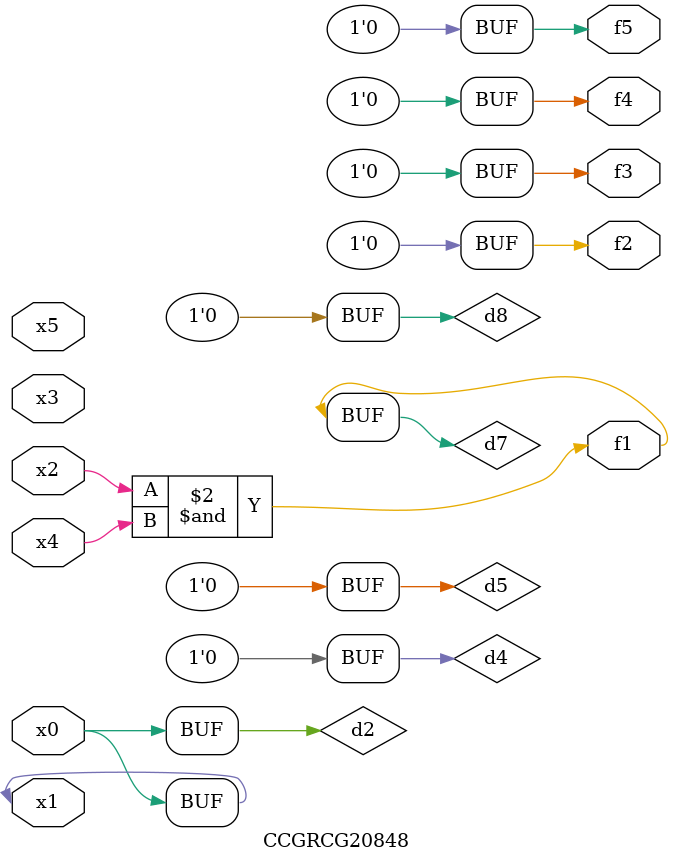
<source format=v>
module CCGRCG20848(
	input x0, x1, x2, x3, x4, x5,
	output f1, f2, f3, f4, f5
);

	wire d1, d2, d3, d4, d5, d6, d7, d8, d9;

	nand (d1, x1);
	buf (d2, x0, x1);
	nand (d3, x2, x4);
	and (d4, d1, d2);
	and (d5, d1, d2);
	nand (d6, d1, d3);
	not (d7, d3);
	xor (d8, d5);
	nor (d9, d5, d6);
	assign f1 = d7;
	assign f2 = d8;
	assign f3 = d8;
	assign f4 = d8;
	assign f5 = d8;
endmodule

</source>
